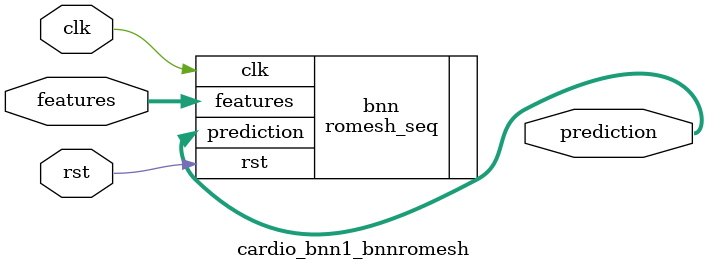
<source format=v>













module cardio_bnn1_bnnromesh #(

parameter FEAT_CNT = 19,
parameter HIDDEN_CNT = 40,
parameter FEAT_BITS = 4,
parameter CLASS_CNT = 3,
parameter TEST_CNT = 1000


  ) (
  input clk,
  input rst,
  input [FEAT_CNT*FEAT_BITS-1:0] features,
  output [$clog2(CLASS_CNT)-1:0] prediction
  );

  localparam Weights0 = 760'b0000011011111100100011101010010000101011000001110111011001000001001000110000111101101000110100100011001000110001010010010100000010100011010111011011101110101010101110011100110100000011000000001011000010110101111110000101100111100000111010111101011100000011110111010000010010010110100011110010111010100010011000001100011000110011100010000001000111001010111001010110100000001000000110000111000100001010011111100000111010111000011011010101001110100100001011101110010000010010101000111101011000101100000000011011101000010000000110011110101001111111001000110000000101001000011000101001101010101011101101011010101100110010001111011001000101101100110001101001000010001110101101101101101110101100101111000110001001010100100101000101011100100101010100111101000110101011 ;
  localparam Weights1 = 120'b101010000001111100000011001000100011100111001011000110110011011101101001101001110100101100111001001101110110000110110011 ;

  romesh_seq #(.FEAT_CNT(FEAT_CNT),.FEAT_BITS(FEAT_BITS),.HIDDEN_CNT(HIDDEN_CNT),.CLASS_CNT(CLASS_CNT),.Weights0(Weights0),.Weights1(Weights1)) bnn (
    .clk(clk),
    .rst(rst),
    .features(features),
    .prediction(prediction)
  );

endmodule

</source>
